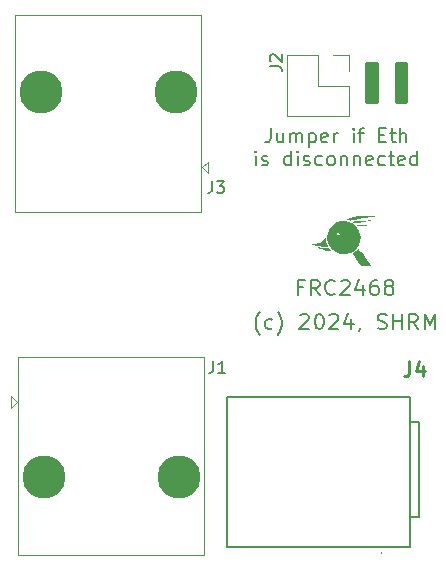
<source format=gbr>
%TF.GenerationSoftware,KiCad,Pcbnew,8.0.3*%
%TF.CreationDate,2024-12-07T23:26:37-06:00*%
%TF.ProjectId,CAN Over Ethernet,43414e20-4f76-4657-9220-45746865726e,rev?*%
%TF.SameCoordinates,Original*%
%TF.FileFunction,Legend,Top*%
%TF.FilePolarity,Positive*%
%FSLAX46Y46*%
G04 Gerber Fmt 4.6, Leading zero omitted, Abs format (unit mm)*
G04 Created by KiCad (PCBNEW 8.0.3) date 2024-12-07 23:26:37*
%MOMM*%
%LPD*%
G01*
G04 APERTURE LIST*
%ADD10C,0.250000*%
%ADD11C,0.180000*%
%ADD12C,0.190000*%
%ADD13C,0.150000*%
%ADD14C,0.254000*%
%ADD15C,0.120000*%
%ADD16C,0.000000*%
%ADD17C,0.200000*%
%ADD18C,0.100000*%
%ADD19C,3.650000*%
G04 APERTURE END LIST*
D10*
X108110000Y-48830000D02*
X108990000Y-48830000D01*
X108990000Y-52170000D01*
X108110000Y-52170000D01*
X108110000Y-48830000D01*
G36*
X108110000Y-48830000D02*
G01*
X108990000Y-48830000D01*
X108990000Y-52170000D01*
X108110000Y-52170000D01*
X108110000Y-48830000D01*
G37*
X110600000Y-48830000D02*
X111480000Y-48830000D01*
X111480000Y-52170000D01*
X110600000Y-52170000D01*
X110600000Y-48830000D01*
G36*
X110600000Y-48830000D02*
G01*
X111480000Y-48830000D01*
X111480000Y-52170000D01*
X110600000Y-52170000D01*
X110600000Y-48830000D01*
G37*
D11*
X100028572Y-54379816D02*
X100028572Y-55236959D01*
X100028572Y-55236959D02*
X99971429Y-55408388D01*
X99971429Y-55408388D02*
X99857143Y-55522674D01*
X99857143Y-55522674D02*
X99685715Y-55579816D01*
X99685715Y-55579816D02*
X99571429Y-55579816D01*
X101114287Y-54779816D02*
X101114287Y-55579816D01*
X100600001Y-54779816D02*
X100600001Y-55408388D01*
X100600001Y-55408388D02*
X100657144Y-55522674D01*
X100657144Y-55522674D02*
X100771429Y-55579816D01*
X100771429Y-55579816D02*
X100942858Y-55579816D01*
X100942858Y-55579816D02*
X101057144Y-55522674D01*
X101057144Y-55522674D02*
X101114287Y-55465531D01*
X101685715Y-55579816D02*
X101685715Y-54779816D01*
X101685715Y-54894102D02*
X101742858Y-54836959D01*
X101742858Y-54836959D02*
X101857143Y-54779816D01*
X101857143Y-54779816D02*
X102028572Y-54779816D01*
X102028572Y-54779816D02*
X102142858Y-54836959D01*
X102142858Y-54836959D02*
X102200001Y-54951245D01*
X102200001Y-54951245D02*
X102200001Y-55579816D01*
X102200001Y-54951245D02*
X102257143Y-54836959D01*
X102257143Y-54836959D02*
X102371429Y-54779816D01*
X102371429Y-54779816D02*
X102542858Y-54779816D01*
X102542858Y-54779816D02*
X102657143Y-54836959D01*
X102657143Y-54836959D02*
X102714286Y-54951245D01*
X102714286Y-54951245D02*
X102714286Y-55579816D01*
X103285715Y-54779816D02*
X103285715Y-55979816D01*
X103285715Y-54836959D02*
X103400001Y-54779816D01*
X103400001Y-54779816D02*
X103628572Y-54779816D01*
X103628572Y-54779816D02*
X103742858Y-54836959D01*
X103742858Y-54836959D02*
X103800001Y-54894102D01*
X103800001Y-54894102D02*
X103857143Y-55008388D01*
X103857143Y-55008388D02*
X103857143Y-55351245D01*
X103857143Y-55351245D02*
X103800001Y-55465531D01*
X103800001Y-55465531D02*
X103742858Y-55522674D01*
X103742858Y-55522674D02*
X103628572Y-55579816D01*
X103628572Y-55579816D02*
X103400001Y-55579816D01*
X103400001Y-55579816D02*
X103285715Y-55522674D01*
X104828572Y-55522674D02*
X104714286Y-55579816D01*
X104714286Y-55579816D02*
X104485715Y-55579816D01*
X104485715Y-55579816D02*
X104371429Y-55522674D01*
X104371429Y-55522674D02*
X104314286Y-55408388D01*
X104314286Y-55408388D02*
X104314286Y-54951245D01*
X104314286Y-54951245D02*
X104371429Y-54836959D01*
X104371429Y-54836959D02*
X104485715Y-54779816D01*
X104485715Y-54779816D02*
X104714286Y-54779816D01*
X104714286Y-54779816D02*
X104828572Y-54836959D01*
X104828572Y-54836959D02*
X104885715Y-54951245D01*
X104885715Y-54951245D02*
X104885715Y-55065531D01*
X104885715Y-55065531D02*
X104314286Y-55179816D01*
X105400000Y-55579816D02*
X105400000Y-54779816D01*
X105400000Y-55008388D02*
X105457143Y-54894102D01*
X105457143Y-54894102D02*
X105514286Y-54836959D01*
X105514286Y-54836959D02*
X105628571Y-54779816D01*
X105628571Y-54779816D02*
X105742857Y-54779816D01*
X107057143Y-55579816D02*
X107057143Y-54779816D01*
X107057143Y-54379816D02*
X107000000Y-54436959D01*
X107000000Y-54436959D02*
X107057143Y-54494102D01*
X107057143Y-54494102D02*
X107114286Y-54436959D01*
X107114286Y-54436959D02*
X107057143Y-54379816D01*
X107057143Y-54379816D02*
X107057143Y-54494102D01*
X107457143Y-54779816D02*
X107914286Y-54779816D01*
X107628572Y-55579816D02*
X107628572Y-54551245D01*
X107628572Y-54551245D02*
X107685715Y-54436959D01*
X107685715Y-54436959D02*
X107800000Y-54379816D01*
X107800000Y-54379816D02*
X107914286Y-54379816D01*
X109228572Y-54951245D02*
X109628572Y-54951245D01*
X109800000Y-55579816D02*
X109228572Y-55579816D01*
X109228572Y-55579816D02*
X109228572Y-54379816D01*
X109228572Y-54379816D02*
X109800000Y-54379816D01*
X110142857Y-54779816D02*
X110600000Y-54779816D01*
X110314286Y-54379816D02*
X110314286Y-55408388D01*
X110314286Y-55408388D02*
X110371429Y-55522674D01*
X110371429Y-55522674D02*
X110485714Y-55579816D01*
X110485714Y-55579816D02*
X110600000Y-55579816D01*
X111000000Y-55579816D02*
X111000000Y-54379816D01*
X111514286Y-55579816D02*
X111514286Y-54951245D01*
X111514286Y-54951245D02*
X111457143Y-54836959D01*
X111457143Y-54836959D02*
X111342857Y-54779816D01*
X111342857Y-54779816D02*
X111171428Y-54779816D01*
X111171428Y-54779816D02*
X111057143Y-54836959D01*
X111057143Y-54836959D02*
X111000000Y-54894102D01*
X98771429Y-57511749D02*
X98771429Y-56711749D01*
X98771429Y-56311749D02*
X98714286Y-56368892D01*
X98714286Y-56368892D02*
X98771429Y-56426035D01*
X98771429Y-56426035D02*
X98828572Y-56368892D01*
X98828572Y-56368892D02*
X98771429Y-56311749D01*
X98771429Y-56311749D02*
X98771429Y-56426035D01*
X99285715Y-57454607D02*
X99400001Y-57511749D01*
X99400001Y-57511749D02*
X99628572Y-57511749D01*
X99628572Y-57511749D02*
X99742858Y-57454607D01*
X99742858Y-57454607D02*
X99800001Y-57340321D01*
X99800001Y-57340321D02*
X99800001Y-57283178D01*
X99800001Y-57283178D02*
X99742858Y-57168892D01*
X99742858Y-57168892D02*
X99628572Y-57111749D01*
X99628572Y-57111749D02*
X99457144Y-57111749D01*
X99457144Y-57111749D02*
X99342858Y-57054607D01*
X99342858Y-57054607D02*
X99285715Y-56940321D01*
X99285715Y-56940321D02*
X99285715Y-56883178D01*
X99285715Y-56883178D02*
X99342858Y-56768892D01*
X99342858Y-56768892D02*
X99457144Y-56711749D01*
X99457144Y-56711749D02*
X99628572Y-56711749D01*
X99628572Y-56711749D02*
X99742858Y-56768892D01*
X101742859Y-57511749D02*
X101742859Y-56311749D01*
X101742859Y-57454607D02*
X101628573Y-57511749D01*
X101628573Y-57511749D02*
X101400001Y-57511749D01*
X101400001Y-57511749D02*
X101285716Y-57454607D01*
X101285716Y-57454607D02*
X101228573Y-57397464D01*
X101228573Y-57397464D02*
X101171430Y-57283178D01*
X101171430Y-57283178D02*
X101171430Y-56940321D01*
X101171430Y-56940321D02*
X101228573Y-56826035D01*
X101228573Y-56826035D02*
X101285716Y-56768892D01*
X101285716Y-56768892D02*
X101400001Y-56711749D01*
X101400001Y-56711749D02*
X101628573Y-56711749D01*
X101628573Y-56711749D02*
X101742859Y-56768892D01*
X102314287Y-57511749D02*
X102314287Y-56711749D01*
X102314287Y-56311749D02*
X102257144Y-56368892D01*
X102257144Y-56368892D02*
X102314287Y-56426035D01*
X102314287Y-56426035D02*
X102371430Y-56368892D01*
X102371430Y-56368892D02*
X102314287Y-56311749D01*
X102314287Y-56311749D02*
X102314287Y-56426035D01*
X102828573Y-57454607D02*
X102942859Y-57511749D01*
X102942859Y-57511749D02*
X103171430Y-57511749D01*
X103171430Y-57511749D02*
X103285716Y-57454607D01*
X103285716Y-57454607D02*
X103342859Y-57340321D01*
X103342859Y-57340321D02*
X103342859Y-57283178D01*
X103342859Y-57283178D02*
X103285716Y-57168892D01*
X103285716Y-57168892D02*
X103171430Y-57111749D01*
X103171430Y-57111749D02*
X103000002Y-57111749D01*
X103000002Y-57111749D02*
X102885716Y-57054607D01*
X102885716Y-57054607D02*
X102828573Y-56940321D01*
X102828573Y-56940321D02*
X102828573Y-56883178D01*
X102828573Y-56883178D02*
X102885716Y-56768892D01*
X102885716Y-56768892D02*
X103000002Y-56711749D01*
X103000002Y-56711749D02*
X103171430Y-56711749D01*
X103171430Y-56711749D02*
X103285716Y-56768892D01*
X104371431Y-57454607D02*
X104257145Y-57511749D01*
X104257145Y-57511749D02*
X104028573Y-57511749D01*
X104028573Y-57511749D02*
X103914288Y-57454607D01*
X103914288Y-57454607D02*
X103857145Y-57397464D01*
X103857145Y-57397464D02*
X103800002Y-57283178D01*
X103800002Y-57283178D02*
X103800002Y-56940321D01*
X103800002Y-56940321D02*
X103857145Y-56826035D01*
X103857145Y-56826035D02*
X103914288Y-56768892D01*
X103914288Y-56768892D02*
X104028573Y-56711749D01*
X104028573Y-56711749D02*
X104257145Y-56711749D01*
X104257145Y-56711749D02*
X104371431Y-56768892D01*
X105057144Y-57511749D02*
X104942859Y-57454607D01*
X104942859Y-57454607D02*
X104885716Y-57397464D01*
X104885716Y-57397464D02*
X104828573Y-57283178D01*
X104828573Y-57283178D02*
X104828573Y-56940321D01*
X104828573Y-56940321D02*
X104885716Y-56826035D01*
X104885716Y-56826035D02*
X104942859Y-56768892D01*
X104942859Y-56768892D02*
X105057144Y-56711749D01*
X105057144Y-56711749D02*
X105228573Y-56711749D01*
X105228573Y-56711749D02*
X105342859Y-56768892D01*
X105342859Y-56768892D02*
X105400002Y-56826035D01*
X105400002Y-56826035D02*
X105457144Y-56940321D01*
X105457144Y-56940321D02*
X105457144Y-57283178D01*
X105457144Y-57283178D02*
X105400002Y-57397464D01*
X105400002Y-57397464D02*
X105342859Y-57454607D01*
X105342859Y-57454607D02*
X105228573Y-57511749D01*
X105228573Y-57511749D02*
X105057144Y-57511749D01*
X105971430Y-56711749D02*
X105971430Y-57511749D01*
X105971430Y-56826035D02*
X106028573Y-56768892D01*
X106028573Y-56768892D02*
X106142858Y-56711749D01*
X106142858Y-56711749D02*
X106314287Y-56711749D01*
X106314287Y-56711749D02*
X106428573Y-56768892D01*
X106428573Y-56768892D02*
X106485716Y-56883178D01*
X106485716Y-56883178D02*
X106485716Y-57511749D01*
X107057144Y-56711749D02*
X107057144Y-57511749D01*
X107057144Y-56826035D02*
X107114287Y-56768892D01*
X107114287Y-56768892D02*
X107228572Y-56711749D01*
X107228572Y-56711749D02*
X107400001Y-56711749D01*
X107400001Y-56711749D02*
X107514287Y-56768892D01*
X107514287Y-56768892D02*
X107571430Y-56883178D01*
X107571430Y-56883178D02*
X107571430Y-57511749D01*
X108600001Y-57454607D02*
X108485715Y-57511749D01*
X108485715Y-57511749D02*
X108257144Y-57511749D01*
X108257144Y-57511749D02*
X108142858Y-57454607D01*
X108142858Y-57454607D02*
X108085715Y-57340321D01*
X108085715Y-57340321D02*
X108085715Y-56883178D01*
X108085715Y-56883178D02*
X108142858Y-56768892D01*
X108142858Y-56768892D02*
X108257144Y-56711749D01*
X108257144Y-56711749D02*
X108485715Y-56711749D01*
X108485715Y-56711749D02*
X108600001Y-56768892D01*
X108600001Y-56768892D02*
X108657144Y-56883178D01*
X108657144Y-56883178D02*
X108657144Y-56997464D01*
X108657144Y-56997464D02*
X108085715Y-57111749D01*
X109685715Y-57454607D02*
X109571429Y-57511749D01*
X109571429Y-57511749D02*
X109342857Y-57511749D01*
X109342857Y-57511749D02*
X109228572Y-57454607D01*
X109228572Y-57454607D02*
X109171429Y-57397464D01*
X109171429Y-57397464D02*
X109114286Y-57283178D01*
X109114286Y-57283178D02*
X109114286Y-56940321D01*
X109114286Y-56940321D02*
X109171429Y-56826035D01*
X109171429Y-56826035D02*
X109228572Y-56768892D01*
X109228572Y-56768892D02*
X109342857Y-56711749D01*
X109342857Y-56711749D02*
X109571429Y-56711749D01*
X109571429Y-56711749D02*
X109685715Y-56768892D01*
X110028571Y-56711749D02*
X110485714Y-56711749D01*
X110200000Y-56311749D02*
X110200000Y-57340321D01*
X110200000Y-57340321D02*
X110257143Y-57454607D01*
X110257143Y-57454607D02*
X110371428Y-57511749D01*
X110371428Y-57511749D02*
X110485714Y-57511749D01*
X111342857Y-57454607D02*
X111228571Y-57511749D01*
X111228571Y-57511749D02*
X111000000Y-57511749D01*
X111000000Y-57511749D02*
X110885714Y-57454607D01*
X110885714Y-57454607D02*
X110828571Y-57340321D01*
X110828571Y-57340321D02*
X110828571Y-56883178D01*
X110828571Y-56883178D02*
X110885714Y-56768892D01*
X110885714Y-56768892D02*
X111000000Y-56711749D01*
X111000000Y-56711749D02*
X111228571Y-56711749D01*
X111228571Y-56711749D02*
X111342857Y-56768892D01*
X111342857Y-56768892D02*
X111400000Y-56883178D01*
X111400000Y-56883178D02*
X111400000Y-56997464D01*
X111400000Y-56997464D02*
X110828571Y-57111749D01*
X112428571Y-57511749D02*
X112428571Y-56311749D01*
X112428571Y-57454607D02*
X112314285Y-57511749D01*
X112314285Y-57511749D02*
X112085713Y-57511749D01*
X112085713Y-57511749D02*
X111971428Y-57454607D01*
X111971428Y-57454607D02*
X111914285Y-57397464D01*
X111914285Y-57397464D02*
X111857142Y-57283178D01*
X111857142Y-57283178D02*
X111857142Y-56940321D01*
X111857142Y-56940321D02*
X111914285Y-56826035D01*
X111914285Y-56826035D02*
X111971428Y-56768892D01*
X111971428Y-56768892D02*
X112085713Y-56711749D01*
X112085713Y-56711749D02*
X112314285Y-56711749D01*
X112314285Y-56711749D02*
X112428571Y-56768892D01*
D12*
X102747555Y-67826878D02*
X102314221Y-67826878D01*
X102314221Y-68507830D02*
X102314221Y-67207830D01*
X102314221Y-67207830D02*
X102933269Y-67207830D01*
X104171364Y-68507830D02*
X103738031Y-67888783D01*
X103428507Y-68507830D02*
X103428507Y-67207830D01*
X103428507Y-67207830D02*
X103923745Y-67207830D01*
X103923745Y-67207830D02*
X104047555Y-67269735D01*
X104047555Y-67269735D02*
X104109460Y-67331640D01*
X104109460Y-67331640D02*
X104171364Y-67455449D01*
X104171364Y-67455449D02*
X104171364Y-67641164D01*
X104171364Y-67641164D02*
X104109460Y-67764973D01*
X104109460Y-67764973D02*
X104047555Y-67826878D01*
X104047555Y-67826878D02*
X103923745Y-67888783D01*
X103923745Y-67888783D02*
X103428507Y-67888783D01*
X105471364Y-68384021D02*
X105409460Y-68445926D01*
X105409460Y-68445926D02*
X105223745Y-68507830D01*
X105223745Y-68507830D02*
X105099936Y-68507830D01*
X105099936Y-68507830D02*
X104914222Y-68445926D01*
X104914222Y-68445926D02*
X104790412Y-68322116D01*
X104790412Y-68322116D02*
X104728507Y-68198306D01*
X104728507Y-68198306D02*
X104666603Y-67950687D01*
X104666603Y-67950687D02*
X104666603Y-67764973D01*
X104666603Y-67764973D02*
X104728507Y-67517354D01*
X104728507Y-67517354D02*
X104790412Y-67393545D01*
X104790412Y-67393545D02*
X104914222Y-67269735D01*
X104914222Y-67269735D02*
X105099936Y-67207830D01*
X105099936Y-67207830D02*
X105223745Y-67207830D01*
X105223745Y-67207830D02*
X105409460Y-67269735D01*
X105409460Y-67269735D02*
X105471364Y-67331640D01*
X105966603Y-67331640D02*
X106028507Y-67269735D01*
X106028507Y-67269735D02*
X106152317Y-67207830D01*
X106152317Y-67207830D02*
X106461841Y-67207830D01*
X106461841Y-67207830D02*
X106585650Y-67269735D01*
X106585650Y-67269735D02*
X106647555Y-67331640D01*
X106647555Y-67331640D02*
X106709460Y-67455449D01*
X106709460Y-67455449D02*
X106709460Y-67579259D01*
X106709460Y-67579259D02*
X106647555Y-67764973D01*
X106647555Y-67764973D02*
X105904698Y-68507830D01*
X105904698Y-68507830D02*
X106709460Y-68507830D01*
X107823745Y-67641164D02*
X107823745Y-68507830D01*
X107514221Y-67145926D02*
X107204698Y-68074497D01*
X107204698Y-68074497D02*
X108009459Y-68074497D01*
X109061840Y-67207830D02*
X108814221Y-67207830D01*
X108814221Y-67207830D02*
X108690412Y-67269735D01*
X108690412Y-67269735D02*
X108628507Y-67331640D01*
X108628507Y-67331640D02*
X108504697Y-67517354D01*
X108504697Y-67517354D02*
X108442793Y-67764973D01*
X108442793Y-67764973D02*
X108442793Y-68260211D01*
X108442793Y-68260211D02*
X108504697Y-68384021D01*
X108504697Y-68384021D02*
X108566602Y-68445926D01*
X108566602Y-68445926D02*
X108690412Y-68507830D01*
X108690412Y-68507830D02*
X108938031Y-68507830D01*
X108938031Y-68507830D02*
X109061840Y-68445926D01*
X109061840Y-68445926D02*
X109123745Y-68384021D01*
X109123745Y-68384021D02*
X109185650Y-68260211D01*
X109185650Y-68260211D02*
X109185650Y-67950687D01*
X109185650Y-67950687D02*
X109123745Y-67826878D01*
X109123745Y-67826878D02*
X109061840Y-67764973D01*
X109061840Y-67764973D02*
X108938031Y-67703068D01*
X108938031Y-67703068D02*
X108690412Y-67703068D01*
X108690412Y-67703068D02*
X108566602Y-67764973D01*
X108566602Y-67764973D02*
X108504697Y-67826878D01*
X108504697Y-67826878D02*
X108442793Y-67950687D01*
X109928507Y-67764973D02*
X109804697Y-67703068D01*
X109804697Y-67703068D02*
X109742792Y-67641164D01*
X109742792Y-67641164D02*
X109680888Y-67517354D01*
X109680888Y-67517354D02*
X109680888Y-67455449D01*
X109680888Y-67455449D02*
X109742792Y-67331640D01*
X109742792Y-67331640D02*
X109804697Y-67269735D01*
X109804697Y-67269735D02*
X109928507Y-67207830D01*
X109928507Y-67207830D02*
X110176126Y-67207830D01*
X110176126Y-67207830D02*
X110299935Y-67269735D01*
X110299935Y-67269735D02*
X110361840Y-67331640D01*
X110361840Y-67331640D02*
X110423745Y-67455449D01*
X110423745Y-67455449D02*
X110423745Y-67517354D01*
X110423745Y-67517354D02*
X110361840Y-67641164D01*
X110361840Y-67641164D02*
X110299935Y-67703068D01*
X110299935Y-67703068D02*
X110176126Y-67764973D01*
X110176126Y-67764973D02*
X109928507Y-67764973D01*
X109928507Y-67764973D02*
X109804697Y-67826878D01*
X109804697Y-67826878D02*
X109742792Y-67888783D01*
X109742792Y-67888783D02*
X109680888Y-68012592D01*
X109680888Y-68012592D02*
X109680888Y-68260211D01*
X109680888Y-68260211D02*
X109742792Y-68384021D01*
X109742792Y-68384021D02*
X109804697Y-68445926D01*
X109804697Y-68445926D02*
X109928507Y-68507830D01*
X109928507Y-68507830D02*
X110176126Y-68507830D01*
X110176126Y-68507830D02*
X110299935Y-68445926D01*
X110299935Y-68445926D02*
X110361840Y-68384021D01*
X110361840Y-68384021D02*
X110423745Y-68260211D01*
X110423745Y-68260211D02*
X110423745Y-68012592D01*
X110423745Y-68012592D02*
X110361840Y-67888783D01*
X110361840Y-67888783D02*
X110299935Y-67826878D01*
X110299935Y-67826878D02*
X110176126Y-67764973D01*
X99126126Y-71886762D02*
X99064221Y-71824858D01*
X99064221Y-71824858D02*
X98940412Y-71639143D01*
X98940412Y-71639143D02*
X98878507Y-71515334D01*
X98878507Y-71515334D02*
X98816602Y-71329620D01*
X98816602Y-71329620D02*
X98754697Y-71020096D01*
X98754697Y-71020096D02*
X98754697Y-70772477D01*
X98754697Y-70772477D02*
X98816602Y-70462953D01*
X98816602Y-70462953D02*
X98878507Y-70277239D01*
X98878507Y-70277239D02*
X98940412Y-70153429D01*
X98940412Y-70153429D02*
X99064221Y-69967715D01*
X99064221Y-69967715D02*
X99126126Y-69905810D01*
X100178507Y-71329620D02*
X100054698Y-71391524D01*
X100054698Y-71391524D02*
X99807079Y-71391524D01*
X99807079Y-71391524D02*
X99683269Y-71329620D01*
X99683269Y-71329620D02*
X99621364Y-71267715D01*
X99621364Y-71267715D02*
X99559460Y-71143905D01*
X99559460Y-71143905D02*
X99559460Y-70772477D01*
X99559460Y-70772477D02*
X99621364Y-70648667D01*
X99621364Y-70648667D02*
X99683269Y-70586762D01*
X99683269Y-70586762D02*
X99807079Y-70524858D01*
X99807079Y-70524858D02*
X100054698Y-70524858D01*
X100054698Y-70524858D02*
X100178507Y-70586762D01*
X100611841Y-71886762D02*
X100673746Y-71824858D01*
X100673746Y-71824858D02*
X100797555Y-71639143D01*
X100797555Y-71639143D02*
X100859460Y-71515334D01*
X100859460Y-71515334D02*
X100921365Y-71329620D01*
X100921365Y-71329620D02*
X100983269Y-71020096D01*
X100983269Y-71020096D02*
X100983269Y-70772477D01*
X100983269Y-70772477D02*
X100921365Y-70462953D01*
X100921365Y-70462953D02*
X100859460Y-70277239D01*
X100859460Y-70277239D02*
X100797555Y-70153429D01*
X100797555Y-70153429D02*
X100673746Y-69967715D01*
X100673746Y-69967715D02*
X100611841Y-69905810D01*
X102530889Y-70215334D02*
X102592793Y-70153429D01*
X102592793Y-70153429D02*
X102716603Y-70091524D01*
X102716603Y-70091524D02*
X103026127Y-70091524D01*
X103026127Y-70091524D02*
X103149936Y-70153429D01*
X103149936Y-70153429D02*
X103211841Y-70215334D01*
X103211841Y-70215334D02*
X103273746Y-70339143D01*
X103273746Y-70339143D02*
X103273746Y-70462953D01*
X103273746Y-70462953D02*
X103211841Y-70648667D01*
X103211841Y-70648667D02*
X102468984Y-71391524D01*
X102468984Y-71391524D02*
X103273746Y-71391524D01*
X104078507Y-70091524D02*
X104202317Y-70091524D01*
X104202317Y-70091524D02*
X104326126Y-70153429D01*
X104326126Y-70153429D02*
X104388031Y-70215334D01*
X104388031Y-70215334D02*
X104449936Y-70339143D01*
X104449936Y-70339143D02*
X104511841Y-70586762D01*
X104511841Y-70586762D02*
X104511841Y-70896286D01*
X104511841Y-70896286D02*
X104449936Y-71143905D01*
X104449936Y-71143905D02*
X104388031Y-71267715D01*
X104388031Y-71267715D02*
X104326126Y-71329620D01*
X104326126Y-71329620D02*
X104202317Y-71391524D01*
X104202317Y-71391524D02*
X104078507Y-71391524D01*
X104078507Y-71391524D02*
X103954698Y-71329620D01*
X103954698Y-71329620D02*
X103892793Y-71267715D01*
X103892793Y-71267715D02*
X103830888Y-71143905D01*
X103830888Y-71143905D02*
X103768984Y-70896286D01*
X103768984Y-70896286D02*
X103768984Y-70586762D01*
X103768984Y-70586762D02*
X103830888Y-70339143D01*
X103830888Y-70339143D02*
X103892793Y-70215334D01*
X103892793Y-70215334D02*
X103954698Y-70153429D01*
X103954698Y-70153429D02*
X104078507Y-70091524D01*
X105007079Y-70215334D02*
X105068983Y-70153429D01*
X105068983Y-70153429D02*
X105192793Y-70091524D01*
X105192793Y-70091524D02*
X105502317Y-70091524D01*
X105502317Y-70091524D02*
X105626126Y-70153429D01*
X105626126Y-70153429D02*
X105688031Y-70215334D01*
X105688031Y-70215334D02*
X105749936Y-70339143D01*
X105749936Y-70339143D02*
X105749936Y-70462953D01*
X105749936Y-70462953D02*
X105688031Y-70648667D01*
X105688031Y-70648667D02*
X104945174Y-71391524D01*
X104945174Y-71391524D02*
X105749936Y-71391524D01*
X106864221Y-70524858D02*
X106864221Y-71391524D01*
X106554697Y-70029620D02*
X106245174Y-70958191D01*
X106245174Y-70958191D02*
X107049935Y-70958191D01*
X107607078Y-71329620D02*
X107607078Y-71391524D01*
X107607078Y-71391524D02*
X107545173Y-71515334D01*
X107545173Y-71515334D02*
X107483269Y-71577239D01*
X109092793Y-71329620D02*
X109278507Y-71391524D01*
X109278507Y-71391524D02*
X109588031Y-71391524D01*
X109588031Y-71391524D02*
X109711840Y-71329620D01*
X109711840Y-71329620D02*
X109773745Y-71267715D01*
X109773745Y-71267715D02*
X109835650Y-71143905D01*
X109835650Y-71143905D02*
X109835650Y-71020096D01*
X109835650Y-71020096D02*
X109773745Y-70896286D01*
X109773745Y-70896286D02*
X109711840Y-70834381D01*
X109711840Y-70834381D02*
X109588031Y-70772477D01*
X109588031Y-70772477D02*
X109340412Y-70710572D01*
X109340412Y-70710572D02*
X109216602Y-70648667D01*
X109216602Y-70648667D02*
X109154697Y-70586762D01*
X109154697Y-70586762D02*
X109092793Y-70462953D01*
X109092793Y-70462953D02*
X109092793Y-70339143D01*
X109092793Y-70339143D02*
X109154697Y-70215334D01*
X109154697Y-70215334D02*
X109216602Y-70153429D01*
X109216602Y-70153429D02*
X109340412Y-70091524D01*
X109340412Y-70091524D02*
X109649935Y-70091524D01*
X109649935Y-70091524D02*
X109835650Y-70153429D01*
X110392792Y-71391524D02*
X110392792Y-70091524D01*
X110392792Y-70710572D02*
X111135649Y-70710572D01*
X111135649Y-71391524D02*
X111135649Y-70091524D01*
X112497554Y-71391524D02*
X112064221Y-70772477D01*
X111754697Y-71391524D02*
X111754697Y-70091524D01*
X111754697Y-70091524D02*
X112249935Y-70091524D01*
X112249935Y-70091524D02*
X112373745Y-70153429D01*
X112373745Y-70153429D02*
X112435650Y-70215334D01*
X112435650Y-70215334D02*
X112497554Y-70339143D01*
X112497554Y-70339143D02*
X112497554Y-70524858D01*
X112497554Y-70524858D02*
X112435650Y-70648667D01*
X112435650Y-70648667D02*
X112373745Y-70710572D01*
X112373745Y-70710572D02*
X112249935Y-70772477D01*
X112249935Y-70772477D02*
X111754697Y-70772477D01*
X113054697Y-71391524D02*
X113054697Y-70091524D01*
X113054697Y-70091524D02*
X113488031Y-71020096D01*
X113488031Y-71020096D02*
X113921364Y-70091524D01*
X113921364Y-70091524D02*
X113921364Y-71391524D01*
D13*
X95066666Y-58854819D02*
X95066666Y-59569104D01*
X95066666Y-59569104D02*
X95019047Y-59711961D01*
X95019047Y-59711961D02*
X94923809Y-59807200D01*
X94923809Y-59807200D02*
X94780952Y-59854819D01*
X94780952Y-59854819D02*
X94685714Y-59854819D01*
X95447619Y-58854819D02*
X96066666Y-58854819D01*
X96066666Y-58854819D02*
X95733333Y-59235771D01*
X95733333Y-59235771D02*
X95876190Y-59235771D01*
X95876190Y-59235771D02*
X95971428Y-59283390D01*
X95971428Y-59283390D02*
X96019047Y-59331009D01*
X96019047Y-59331009D02*
X96066666Y-59426247D01*
X96066666Y-59426247D02*
X96066666Y-59664342D01*
X96066666Y-59664342D02*
X96019047Y-59759580D01*
X96019047Y-59759580D02*
X95971428Y-59807200D01*
X95971428Y-59807200D02*
X95876190Y-59854819D01*
X95876190Y-59854819D02*
X95590476Y-59854819D01*
X95590476Y-59854819D02*
X95495238Y-59807200D01*
X95495238Y-59807200D02*
X95447619Y-59759580D01*
X95166666Y-74072319D02*
X95166666Y-74786604D01*
X95166666Y-74786604D02*
X95119047Y-74929461D01*
X95119047Y-74929461D02*
X95023809Y-75024700D01*
X95023809Y-75024700D02*
X94880952Y-75072319D01*
X94880952Y-75072319D02*
X94785714Y-75072319D01*
X96166666Y-75072319D02*
X95595238Y-75072319D01*
X95880952Y-75072319D02*
X95880952Y-74072319D01*
X95880952Y-74072319D02*
X95785714Y-74215176D01*
X95785714Y-74215176D02*
X95690476Y-74310414D01*
X95690476Y-74310414D02*
X95595238Y-74358033D01*
X99954819Y-49133333D02*
X100669104Y-49133333D01*
X100669104Y-49133333D02*
X100811961Y-49180952D01*
X100811961Y-49180952D02*
X100907200Y-49276190D01*
X100907200Y-49276190D02*
X100954819Y-49419047D01*
X100954819Y-49419047D02*
X100954819Y-49514285D01*
X100050057Y-48704761D02*
X100002438Y-48657142D01*
X100002438Y-48657142D02*
X99954819Y-48561904D01*
X99954819Y-48561904D02*
X99954819Y-48323809D01*
X99954819Y-48323809D02*
X100002438Y-48228571D01*
X100002438Y-48228571D02*
X100050057Y-48180952D01*
X100050057Y-48180952D02*
X100145295Y-48133333D01*
X100145295Y-48133333D02*
X100240533Y-48133333D01*
X100240533Y-48133333D02*
X100383390Y-48180952D01*
X100383390Y-48180952D02*
X100954819Y-48752380D01*
X100954819Y-48752380D02*
X100954819Y-48133333D01*
D14*
X111776667Y-74121818D02*
X111776667Y-75028961D01*
X111776667Y-75028961D02*
X111716190Y-75210389D01*
X111716190Y-75210389D02*
X111595238Y-75331342D01*
X111595238Y-75331342D02*
X111413809Y-75391818D01*
X111413809Y-75391818D02*
X111292857Y-75391818D01*
X112925714Y-74545151D02*
X112925714Y-75391818D01*
X112623333Y-74061342D02*
X112320952Y-74968484D01*
X112320952Y-74968484D02*
X113107143Y-74968484D01*
D15*
%TO.C,J3*%
X78417500Y-44750000D02*
X94147500Y-44750000D01*
X78417500Y-61490000D02*
X78417500Y-44750000D01*
X78427500Y-61490000D02*
X94147500Y-61490000D01*
X94147500Y-61490000D02*
X94147500Y-44750000D01*
X94227500Y-57700000D02*
X94727500Y-58200000D01*
X94727500Y-57200000D02*
X94227500Y-57700000D01*
X94727500Y-58200000D02*
X94727500Y-57200000D01*
D16*
%TO.C,REF\u002A\u002A*%
G36*
X107773233Y-62547067D02*
G01*
X107910730Y-62552404D01*
X108031621Y-62561349D01*
X108119947Y-62573534D01*
X108158521Y-62587079D01*
X108169023Y-62609359D01*
X108138199Y-62621695D01*
X108056856Y-62626547D01*
X108009526Y-62626942D01*
X107869146Y-62630427D01*
X107709184Y-62639148D01*
X107611253Y-62646967D01*
X107480632Y-62654394D01*
X107404317Y-62646030D01*
X107378178Y-62628777D01*
X107369540Y-62581402D01*
X107376355Y-62569114D01*
X107420691Y-62556359D01*
X107512254Y-62548678D01*
X107635088Y-62545702D01*
X107773233Y-62547067D01*
G37*
G36*
X104142447Y-64452201D02*
G01*
X104212909Y-64463295D01*
X104329045Y-64475428D01*
X104473168Y-64486940D01*
X104590795Y-64494266D01*
X104746951Y-64503776D01*
X104853619Y-64514330D01*
X104924693Y-64529251D01*
X104974067Y-64551860D01*
X105015632Y-64585478D01*
X105029621Y-64599171D01*
X105079776Y-64662010D01*
X105097002Y-64710599D01*
X105094695Y-64718085D01*
X105052390Y-64736206D01*
X104965036Y-64745402D01*
X104850450Y-64745105D01*
X104726450Y-64734750D01*
X104697379Y-64730722D01*
X104521209Y-64692148D01*
X104353022Y-64634097D01*
X104214444Y-64564848D01*
X104157629Y-64524087D01*
X104047316Y-64429352D01*
X104142447Y-64452201D01*
G37*
G36*
X108513529Y-62187044D02*
G01*
X108627994Y-62191972D01*
X108695237Y-62201824D01*
X108708740Y-62214482D01*
X108668515Y-62232057D01*
X108585846Y-62243572D01*
X108515173Y-62246192D01*
X108383659Y-62252761D01*
X108203859Y-62271233D01*
X107989396Y-62299756D01*
X107753894Y-62336481D01*
X107510978Y-62379556D01*
X107455456Y-62390173D01*
X107321232Y-62415901D01*
X107233459Y-62429074D01*
X107176174Y-62428417D01*
X107133419Y-62412651D01*
X107089233Y-62380499D01*
X107062668Y-62358740D01*
X106970405Y-62283306D01*
X107110234Y-62266828D01*
X107315192Y-62245151D01*
X107532945Y-62226433D01*
X107754917Y-62210953D01*
X107972535Y-62198994D01*
X108177225Y-62190835D01*
X108360414Y-62186758D01*
X108513529Y-62187044D01*
G37*
G36*
X108227634Y-61775160D02*
G01*
X108549354Y-61795246D01*
X108828638Y-61831218D01*
X108968160Y-61855652D01*
X109082738Y-61877497D01*
X109159029Y-61894096D01*
X109183677Y-61901946D01*
X109161392Y-61906648D01*
X109090418Y-61906924D01*
X108985332Y-61902779D01*
X108968648Y-61901842D01*
X108726491Y-61898711D01*
X108440713Y-61913015D01*
X108128084Y-61942829D01*
X107805376Y-61986227D01*
X107489361Y-62041283D01*
X107202497Y-62104649D01*
X107088544Y-62132387D01*
X106986995Y-62155968D01*
X106943833Y-62165324D01*
X106864235Y-62184041D01*
X106816991Y-62198159D01*
X106755679Y-62196049D01*
X106726842Y-62182924D01*
X106659482Y-62159025D01*
X106593944Y-62151547D01*
X106514888Y-62143397D01*
X106491175Y-62121951D01*
X106516764Y-62089856D01*
X106585616Y-62049762D01*
X106691690Y-62004316D01*
X106828945Y-61956167D01*
X106991341Y-61907963D01*
X107172838Y-61862354D01*
X107329003Y-61829266D01*
X107596295Y-61792142D01*
X107902893Y-61774116D01*
X108227634Y-61775160D01*
G37*
G36*
X104693843Y-63701334D02*
G01*
X104714751Y-63771814D01*
X104727230Y-63863709D01*
X104728656Y-63901983D01*
X104741537Y-63992614D01*
X104771969Y-64090934D01*
X104772513Y-64092245D01*
X104814074Y-64199236D01*
X104849034Y-64299438D01*
X104882132Y-64402497D01*
X104591566Y-64398086D01*
X104423506Y-64391105D01*
X104243689Y-64376657D01*
X104086569Y-64357623D01*
X104063171Y-64353901D01*
X103870675Y-64318702D01*
X103709061Y-64283219D01*
X103586736Y-64249697D01*
X103512104Y-64220384D01*
X103492385Y-64201338D01*
X103515596Y-64186211D01*
X103537901Y-64191205D01*
X103620067Y-64200820D01*
X103740052Y-64187959D01*
X103883248Y-64157283D01*
X104035048Y-64113450D01*
X104180843Y-64061120D01*
X104306026Y-64004953D01*
X104395987Y-63949606D01*
X104434428Y-63905254D01*
X104470942Y-63866853D01*
X104486726Y-63863330D01*
X104526904Y-63839155D01*
X104578352Y-63779920D01*
X104586392Y-63768290D01*
X104633253Y-63705630D01*
X104666613Y-63674127D01*
X104669898Y-63673250D01*
X104693843Y-63701334D01*
G37*
G36*
X106425671Y-62234375D02*
G01*
X106692865Y-62294023D01*
X106938788Y-62399657D01*
X107150834Y-62549562D01*
X107160158Y-62558038D01*
X107369832Y-62790438D01*
X107521660Y-63046625D01*
X107614415Y-63322625D01*
X107646871Y-63614464D01*
X107617802Y-63918168D01*
X107602047Y-63990262D01*
X107508848Y-64247122D01*
X107364851Y-64476312D01*
X107178424Y-64672996D01*
X106957936Y-64832337D01*
X106711758Y-64949496D01*
X106448259Y-65019637D01*
X106175807Y-65037923D01*
X105902773Y-64999516D01*
X105870662Y-64990950D01*
X105575424Y-64879540D01*
X105326184Y-64725399D01*
X105124849Y-64531020D01*
X104973328Y-64298897D01*
X104873529Y-64031521D01*
X104827362Y-63731387D01*
X104824220Y-63623931D01*
X104854223Y-63330183D01*
X104857642Y-63319356D01*
X105627944Y-63319356D01*
X105634841Y-63383793D01*
X105646484Y-63400963D01*
X105706746Y-63443031D01*
X105743821Y-63451186D01*
X105809423Y-63428312D01*
X105841158Y-63400963D01*
X105862994Y-63336574D01*
X105834432Y-63278892D01*
X105767303Y-63246861D01*
X105743821Y-63245069D01*
X105668214Y-63266798D01*
X105627944Y-63319356D01*
X104857642Y-63319356D01*
X104941092Y-63055058D01*
X105080119Y-62806077D01*
X105266595Y-62590763D01*
X105495813Y-62416639D01*
X105622525Y-62348529D01*
X105877894Y-62259910D01*
X106149812Y-62222431D01*
X106425671Y-62234375D01*
G37*
G36*
X107487270Y-64553121D02*
G01*
X107508075Y-64604896D01*
X107543384Y-64650559D01*
X107629779Y-64744312D01*
X107714021Y-64844918D01*
X107804288Y-64963249D01*
X107908760Y-65110174D01*
X108035617Y-65296563D01*
X108084506Y-65369663D01*
X108184250Y-65517382D01*
X108273212Y-65645563D01*
X108344981Y-65745253D01*
X108393145Y-65807493D01*
X108409833Y-65824178D01*
X108437290Y-65860575D01*
X108439201Y-65875789D01*
X108461461Y-65928970D01*
X108486767Y-65956305D01*
X108526630Y-66002080D01*
X108534333Y-66023608D01*
X108504570Y-66033803D01*
X108423057Y-66042178D01*
X108301453Y-66047988D01*
X108151418Y-66050484D01*
X108114170Y-66050512D01*
X107694008Y-66049587D01*
X107551311Y-65854533D01*
X107480561Y-65756296D01*
X107424738Y-65675959D01*
X107394465Y-65628861D01*
X107392759Y-65625557D01*
X107367178Y-65580665D01*
X107319805Y-65504357D01*
X107289701Y-65457497D01*
X107239685Y-65377327D01*
X107208141Y-65320543D01*
X107202497Y-65305589D01*
X107185915Y-65271465D01*
X107146065Y-65208532D01*
X107097788Y-65138676D01*
X107055929Y-65083778D01*
X107041632Y-65068415D01*
X107016051Y-65027929D01*
X107003751Y-64999050D01*
X107007925Y-64954888D01*
X107058598Y-64905243D01*
X107122017Y-64864680D01*
X107226600Y-64789783D01*
X107332759Y-64693130D01*
X107373323Y-64648651D01*
X107434204Y-64582378D01*
X107475588Y-64549448D01*
X107487270Y-64553121D01*
G37*
D15*
%TO.C,J1*%
X78072500Y-77037500D02*
X78072500Y-78037500D01*
X78072500Y-78037500D02*
X78572500Y-77537500D01*
X78572500Y-77537500D02*
X78072500Y-77037500D01*
X78652500Y-73747500D02*
X78652500Y-90487500D01*
X94372500Y-73747500D02*
X78652500Y-73747500D01*
X94382500Y-73747500D02*
X94382500Y-90487500D01*
X94382500Y-90487500D02*
X78652500Y-90487500D01*
%TO.C,J2*%
X101430000Y-48170000D02*
X101430000Y-53370000D01*
X104030000Y-48170000D02*
X101430000Y-48170000D01*
X104030000Y-48170000D02*
X104030000Y-50770000D01*
X104030000Y-50770000D02*
X106630000Y-50770000D01*
X105300000Y-48170000D02*
X106630000Y-48170000D01*
X106630000Y-48170000D02*
X106630000Y-49500000D01*
X106630000Y-50770000D02*
X106630000Y-53370000D01*
X106630000Y-53370000D02*
X101430000Y-53370000D01*
D17*
%TO.C,J4*%
X96350000Y-77117500D02*
X111850000Y-77117500D01*
X96350000Y-89867500D02*
X96350000Y-77117500D01*
D18*
X109400000Y-90267500D02*
X109400000Y-90267500D01*
X109400000Y-90367500D02*
X109400000Y-90367500D01*
D17*
X111850000Y-77117500D02*
X111850000Y-89867500D01*
X111850000Y-87267500D02*
X112600000Y-87267500D01*
X111850000Y-89867500D02*
X96350000Y-89867500D01*
X112600000Y-79217500D02*
X111850000Y-79217500D01*
X112600000Y-87267500D02*
X112600000Y-79217500D01*
D18*
X109400000Y-90267500D02*
G75*
G02*
X109400000Y-90367500I0J-50000D01*
G01*
X109400000Y-90367500D02*
G75*
G02*
X109400000Y-90267500I0J50000D01*
G01*
%TD*%
D19*
%TO.C,J3*%
X91997500Y-51350000D03*
X80567500Y-51350000D03*
%TD*%
%TO.C,J1*%
X80802500Y-83887500D03*
X92232500Y-83887500D03*
%TD*%
M02*

</source>
